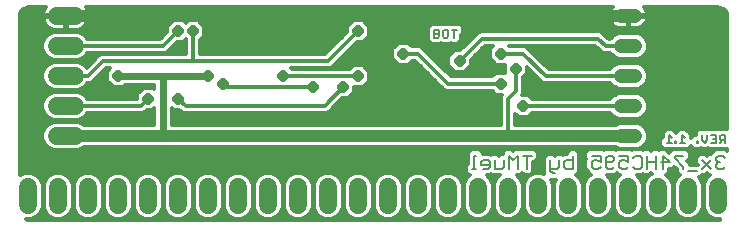
<source format=gbl>
G75*
G70*
%OFA0B0*%
%FSLAX24Y24*%
%IPPOS*%
%LPD*%
%AMOC8*
5,1,8,0,0,1.08239X$1,22.5*
%
%ADD10C,0.0060*%
%ADD11C,0.0600*%
%ADD12C,0.0480*%
%ADD13OC8,0.0376*%
%ADD14C,0.0240*%
%ADD15C,0.0120*%
%ADD16C,0.0400*%
D10*
X017616Y004985D02*
X017763Y004985D01*
X017690Y004985D02*
X017690Y005425D01*
X017763Y005425D01*
X017930Y005205D02*
X017930Y005132D01*
X018223Y005132D01*
X018223Y005205D02*
X018223Y005058D01*
X018150Y004985D01*
X018003Y004985D01*
X017930Y005205D02*
X018003Y005279D01*
X018150Y005279D01*
X018223Y005205D01*
X018390Y005279D02*
X018390Y004985D01*
X018610Y004985D01*
X018684Y005058D01*
X018684Y005279D01*
X018851Y005425D02*
X018997Y005279D01*
X019144Y005425D01*
X019144Y004985D01*
X018851Y004985D02*
X018851Y005425D01*
X019311Y005425D02*
X019605Y005425D01*
X019458Y005425D02*
X019458Y004985D01*
X020232Y004985D02*
X020452Y004985D01*
X020525Y005058D01*
X020525Y005279D01*
X020692Y005205D02*
X020692Y005058D01*
X020765Y004985D01*
X020986Y004985D01*
X020986Y005425D01*
X020986Y005279D02*
X020765Y005279D01*
X020692Y005205D01*
X020232Y005279D02*
X020232Y004912D01*
X020305Y004838D01*
X020378Y004838D01*
X021613Y005058D02*
X021686Y004985D01*
X021833Y004985D01*
X021906Y005058D01*
X021906Y005205D02*
X021760Y005279D01*
X021686Y005279D01*
X021613Y005205D01*
X021613Y005058D01*
X021906Y005205D02*
X021906Y005425D01*
X021613Y005425D01*
X022073Y005352D02*
X022147Y005425D01*
X022293Y005425D01*
X022367Y005352D01*
X022367Y005279D01*
X022293Y005205D01*
X022073Y005205D01*
X022073Y005058D02*
X022073Y005352D01*
X022073Y005058D02*
X022147Y004985D01*
X022293Y004985D01*
X022367Y005058D01*
X022534Y005058D02*
X022607Y004985D01*
X022754Y004985D01*
X022827Y005058D01*
X022827Y005205D02*
X022680Y005279D01*
X022607Y005279D01*
X022534Y005205D01*
X022534Y005058D01*
X022827Y005205D02*
X022827Y005425D01*
X022534Y005425D01*
X022994Y005352D02*
X023067Y005425D01*
X023214Y005425D01*
X023288Y005352D01*
X023288Y005058D01*
X023214Y004985D01*
X023067Y004985D01*
X022994Y005058D01*
X023454Y004985D02*
X023454Y005425D01*
X023748Y005425D02*
X023748Y004985D01*
X023988Y004985D02*
X023988Y005425D01*
X024208Y005205D01*
X023915Y005205D01*
X023748Y005205D02*
X023454Y005205D01*
X024375Y005352D02*
X024669Y005058D01*
X024669Y004985D01*
X024836Y004912D02*
X025129Y004912D01*
X025296Y004985D02*
X025590Y005279D01*
X025756Y005279D02*
X025756Y005352D01*
X025830Y005425D01*
X025977Y005425D01*
X026050Y005352D01*
X025903Y005205D02*
X025830Y005205D01*
X025756Y005132D01*
X025756Y005058D01*
X025830Y004985D01*
X025977Y004985D01*
X026050Y005058D01*
X025830Y005205D02*
X025756Y005279D01*
X025590Y004985D02*
X025296Y005279D01*
X024669Y005425D02*
X024375Y005425D01*
X024375Y005352D01*
X024386Y005860D02*
X024429Y005860D01*
X024429Y005903D01*
X024386Y005903D01*
X024386Y005860D01*
X024282Y005860D02*
X024109Y005860D01*
X024195Y005860D02*
X024195Y006120D01*
X024282Y006033D01*
X024551Y005860D02*
X024724Y005860D01*
X024637Y005860D02*
X024637Y006120D01*
X024724Y006033D01*
X025123Y005903D02*
X025123Y005860D01*
X025166Y005860D01*
X025166Y005903D01*
X025123Y005903D01*
X025287Y005947D02*
X025287Y006120D01*
X025287Y005947D02*
X025374Y005860D01*
X025461Y005947D01*
X025461Y006120D01*
X025582Y006120D02*
X025755Y006120D01*
X025755Y005860D01*
X025582Y005860D01*
X025669Y005990D02*
X025755Y005990D01*
X025877Y005990D02*
X025920Y005947D01*
X026050Y005947D01*
X025963Y005947D02*
X025877Y005860D01*
X025877Y005990D02*
X025877Y006077D01*
X025920Y006120D01*
X026050Y006120D01*
X026050Y005860D01*
X017036Y009360D02*
X017036Y009620D01*
X016949Y009620D02*
X017123Y009620D01*
X016828Y009577D02*
X016785Y009620D01*
X016698Y009620D01*
X016655Y009577D01*
X016655Y009403D01*
X016698Y009360D01*
X016785Y009360D01*
X016828Y009403D01*
X016828Y009577D01*
X016533Y009577D02*
X016533Y009533D01*
X016490Y009490D01*
X016360Y009490D01*
X016360Y009360D02*
X016490Y009360D01*
X016533Y009403D01*
X016533Y009447D01*
X016490Y009490D01*
X016533Y009577D02*
X016490Y009620D01*
X016360Y009620D01*
X016360Y009360D01*
D11*
X016830Y004380D02*
X016830Y003780D01*
X015830Y003780D02*
X015830Y004380D01*
X014830Y004380D02*
X014830Y003780D01*
X013830Y003780D02*
X013830Y004380D01*
X012830Y004380D02*
X012830Y003780D01*
X011830Y003780D02*
X011830Y004380D01*
X010830Y004380D02*
X010830Y003780D01*
X009830Y003780D02*
X009830Y004380D01*
X008830Y004380D02*
X008830Y003780D01*
X007830Y003780D02*
X007830Y004380D01*
X006830Y004380D02*
X006830Y003780D01*
X005830Y003780D02*
X005830Y004380D01*
X004830Y004380D02*
X004830Y003780D01*
X003830Y003780D02*
X003830Y004380D01*
X002830Y004380D02*
X002830Y003780D01*
X003780Y006080D02*
X004380Y006080D01*
X004380Y007080D02*
X003780Y007080D01*
X003780Y008080D02*
X004380Y008080D01*
X004380Y009080D02*
X003780Y009080D01*
X003780Y010080D02*
X004380Y010080D01*
X017830Y004380D02*
X017830Y003780D01*
X018830Y003780D02*
X018830Y004380D01*
X019830Y004380D02*
X019830Y003780D01*
X020830Y003780D02*
X020830Y004380D01*
X021830Y004380D02*
X021830Y003780D01*
X022830Y003780D02*
X022830Y004380D01*
X023830Y004380D02*
X023830Y003780D01*
X024830Y003780D02*
X024830Y004380D01*
X025830Y004380D02*
X025830Y003780D01*
D12*
X023070Y006080D02*
X022590Y006080D01*
X022590Y007080D02*
X023070Y007080D01*
X023070Y008080D02*
X022590Y008080D01*
X022590Y009080D02*
X023070Y009080D01*
X023070Y010080D02*
X022590Y010080D01*
D13*
X019080Y008330D03*
X018580Y007830D03*
X019330Y007080D03*
X018580Y006080D03*
X015830Y007830D03*
X014830Y007080D03*
X013330Y007705D03*
X013830Y008080D03*
X012330Y007705D03*
X011330Y008080D03*
X009330Y007830D03*
X008830Y008080D03*
X007830Y007330D03*
X006830Y007330D03*
X005830Y008080D03*
X007830Y009580D03*
X008330Y009580D03*
X008080Y010080D03*
X009830Y009080D03*
X013580Y010080D03*
X013830Y009580D03*
X015330Y008830D03*
X017205Y008580D03*
X018580Y008830D03*
X010330Y006080D03*
D14*
X007330Y006080D02*
X007330Y008080D01*
X008830Y008080D01*
X007330Y008080D02*
X005830Y008080D01*
X009830Y009080D02*
X009830Y010080D01*
X014830Y010080D02*
X014830Y007830D01*
X015830Y007830D01*
X014830Y007830D02*
X014830Y007080D01*
D15*
X002925Y003300D02*
X002763Y003300D01*
X002773Y003296D01*
X002830Y003290D01*
X025830Y003290D01*
X025887Y003296D01*
X025897Y003300D01*
X025735Y003300D01*
X025558Y003373D01*
X025423Y003508D01*
X025350Y003685D01*
X025350Y004475D01*
X025423Y004652D01*
X025546Y004775D01*
X025503Y004775D01*
X025443Y004835D01*
X025383Y004775D01*
X025290Y004775D01*
X025216Y004702D01*
X025187Y004702D01*
X025237Y004652D01*
X025310Y004475D01*
X025310Y003685D01*
X025237Y003508D01*
X025102Y003373D01*
X024925Y003300D01*
X024735Y003300D01*
X024558Y003373D01*
X024423Y003508D01*
X024350Y003685D01*
X024350Y004475D01*
X024423Y004652D01*
X024558Y004787D01*
X024566Y004790D01*
X024459Y004898D01*
X024459Y004971D01*
X024365Y005065D01*
X024295Y004995D01*
X024198Y004995D01*
X024198Y004898D01*
X024091Y004791D01*
X024102Y004787D01*
X024237Y004652D01*
X024310Y004475D01*
X024310Y003685D01*
X024237Y003508D01*
X024102Y003373D01*
X023925Y003300D01*
X023735Y003300D01*
X023558Y003373D01*
X023423Y003508D01*
X023350Y003685D01*
X023350Y004475D01*
X023423Y004652D01*
X023558Y004787D01*
X023622Y004814D01*
X023601Y004835D01*
X023541Y004775D01*
X023367Y004775D01*
X023334Y004808D01*
X023301Y004775D01*
X023114Y004775D01*
X023237Y004652D01*
X023310Y004475D01*
X023310Y003685D01*
X023237Y003508D01*
X023102Y003373D01*
X022925Y003300D01*
X022735Y003300D01*
X022558Y003373D01*
X022423Y003508D01*
X022350Y003685D01*
X022350Y004475D01*
X022423Y004652D01*
X022546Y004775D01*
X022520Y004775D01*
X022520Y004775D01*
X022450Y004845D01*
X022380Y004775D01*
X022114Y004775D01*
X022237Y004652D01*
X022310Y004475D01*
X022310Y003685D01*
X022237Y003508D01*
X022102Y003373D01*
X021925Y003300D01*
X021735Y003300D01*
X021558Y003373D01*
X021423Y003508D01*
X021350Y003685D01*
X021350Y004475D01*
X021423Y004652D01*
X021558Y004787D01*
X021579Y004795D01*
X021526Y004848D01*
X021526Y004848D01*
X021404Y004970D01*
X021403Y004971D01*
X021403Y004971D01*
X021403Y005058D01*
X021403Y005145D01*
X021403Y005145D01*
X021403Y005292D01*
X021426Y005315D01*
X021403Y005338D01*
X021403Y005512D01*
X021526Y005635D01*
X021993Y005635D01*
X022027Y005602D01*
X022060Y005635D01*
X022060Y005635D01*
X022060Y005635D01*
X022146Y005635D01*
X022380Y005635D01*
X022414Y005602D01*
X022447Y005635D01*
X022914Y005635D01*
X022947Y005602D01*
X022980Y005635D01*
X022980Y005635D01*
X022980Y005635D01*
X023067Y005635D01*
X023301Y005635D01*
X023334Y005602D01*
X023367Y005635D01*
X023541Y005635D01*
X023601Y005576D01*
X023661Y005635D01*
X023835Y005635D01*
X023868Y005602D01*
X023901Y005635D01*
X024075Y005635D01*
X024078Y005633D01*
X024182Y005529D01*
X024288Y005635D01*
X024756Y005635D01*
X024879Y005512D01*
X024879Y005338D01*
X024782Y005242D01*
X024879Y005145D01*
X024879Y005122D01*
X025136Y005122D01*
X025146Y005132D01*
X025086Y005192D01*
X025086Y005366D01*
X025209Y005489D01*
X025383Y005489D01*
X025443Y005429D01*
X025503Y005489D01*
X025596Y005489D01*
X025669Y005562D01*
X025669Y005562D01*
X025743Y005635D01*
X025743Y005635D01*
X025743Y005635D01*
X025831Y005635D01*
X026064Y005635D01*
X026120Y005579D01*
X026120Y005650D01*
X025964Y005650D01*
X025964Y005650D01*
X025842Y005650D01*
X025842Y005650D01*
X025495Y005650D01*
X025478Y005667D01*
X025461Y005650D01*
X025461Y005650D01*
X025375Y005650D01*
X025287Y005650D01*
X025270Y005667D01*
X025253Y005650D01*
X025036Y005650D01*
X024923Y005762D01*
X024811Y005650D01*
X024022Y005650D01*
X023899Y005773D01*
X023899Y005947D01*
X023985Y006034D01*
X023985Y006119D01*
X023985Y006207D01*
X024108Y006330D01*
X024108Y006330D01*
X024194Y006330D01*
X024282Y006330D01*
X024405Y006207D01*
X024405Y006207D01*
X024427Y006185D01*
X024427Y006207D01*
X024550Y006330D01*
X024550Y006330D01*
X024636Y006330D01*
X024724Y006330D01*
X024847Y006207D01*
X024847Y006207D01*
X024934Y006120D01*
X024934Y006012D01*
X025036Y006113D01*
X025077Y006113D01*
X025077Y006207D01*
X025200Y006330D01*
X026120Y006330D01*
X026120Y010080D01*
X026114Y010137D01*
X026071Y010241D01*
X025991Y010321D01*
X025887Y010364D01*
X025830Y010370D01*
X023346Y010370D01*
X023381Y010335D01*
X023424Y010269D01*
X023455Y010197D01*
X023470Y010119D01*
X023470Y010100D01*
X022850Y010100D01*
X022850Y010060D01*
X023470Y010060D01*
X023470Y010041D01*
X023455Y009963D01*
X023424Y009891D01*
X023381Y009825D01*
X023325Y009769D01*
X023259Y009726D01*
X023187Y009695D01*
X023109Y009680D01*
X022850Y009680D01*
X022850Y010060D01*
X022810Y010060D01*
X022810Y009680D01*
X022551Y009680D01*
X022473Y009695D01*
X022401Y009726D01*
X022335Y009769D01*
X022279Y009825D01*
X022236Y009891D01*
X022205Y009963D01*
X022190Y010041D01*
X022190Y010060D01*
X022810Y010060D01*
X022810Y010100D01*
X022190Y010100D01*
X022190Y010119D01*
X022205Y010197D01*
X022236Y010269D01*
X022279Y010335D01*
X022314Y010370D01*
X004738Y010370D01*
X004773Y010321D01*
X004806Y010257D01*
X004829Y010188D01*
X004839Y010120D01*
X004120Y010120D01*
X004120Y010040D01*
X004839Y010040D01*
X004829Y009972D01*
X004806Y009903D01*
X004773Y009839D01*
X004731Y009780D01*
X004680Y009729D01*
X004621Y009687D01*
X004557Y009654D01*
X004488Y009631D01*
X004416Y009620D01*
X004120Y009620D01*
X004120Y010040D01*
X004040Y010040D01*
X004040Y009620D01*
X003744Y009620D01*
X003672Y009631D01*
X003603Y009654D01*
X003539Y009687D01*
X003480Y009729D01*
X003429Y009780D01*
X003387Y009839D01*
X003354Y009903D01*
X003331Y009972D01*
X003321Y010040D01*
X004040Y010040D01*
X004040Y010120D01*
X003321Y010120D01*
X003331Y010188D01*
X003354Y010257D01*
X003387Y010321D01*
X003422Y010370D01*
X002830Y010370D01*
X002773Y010364D01*
X002669Y010321D01*
X002589Y010241D01*
X002546Y010137D01*
X002540Y010080D01*
X002540Y004769D01*
X002558Y004787D01*
X002735Y004860D01*
X002925Y004860D01*
X003102Y004787D01*
X003237Y004652D01*
X003310Y004475D01*
X003310Y003685D01*
X003237Y003508D01*
X003102Y003373D01*
X002925Y003300D01*
X002967Y003317D02*
X003693Y003317D01*
X003735Y003300D02*
X003558Y003373D01*
X003423Y003508D01*
X003350Y003685D01*
X003350Y004475D01*
X003423Y004652D01*
X003558Y004787D01*
X003735Y004860D01*
X003925Y004860D01*
X004102Y004787D01*
X004237Y004652D01*
X004310Y004475D01*
X004310Y003685D01*
X004237Y003508D01*
X004102Y003373D01*
X003925Y003300D01*
X003735Y003300D01*
X003967Y003317D02*
X004693Y003317D01*
X004735Y003300D02*
X004925Y003300D01*
X005102Y003373D01*
X005237Y003508D01*
X005310Y003685D01*
X005310Y004475D01*
X005237Y004652D01*
X005102Y004787D01*
X004925Y004860D01*
X004735Y004860D01*
X004558Y004787D01*
X004423Y004652D01*
X004350Y004475D01*
X004350Y003685D01*
X004423Y003508D01*
X004558Y003373D01*
X004735Y003300D01*
X004967Y003317D02*
X005693Y003317D01*
X005735Y003300D02*
X005925Y003300D01*
X006102Y003373D01*
X006237Y003508D01*
X006310Y003685D01*
X006310Y004475D01*
X006237Y004652D01*
X006102Y004787D01*
X005925Y004860D01*
X005735Y004860D01*
X005558Y004787D01*
X005423Y004652D01*
X005350Y004475D01*
X005350Y003685D01*
X005423Y003508D01*
X005558Y003373D01*
X005735Y003300D01*
X005967Y003317D02*
X006693Y003317D01*
X006735Y003300D02*
X006925Y003300D01*
X007102Y003373D01*
X007237Y003508D01*
X007310Y003685D01*
X007310Y004475D01*
X007237Y004652D01*
X007102Y004787D01*
X006925Y004860D01*
X006735Y004860D01*
X006558Y004787D01*
X006423Y004652D01*
X006350Y004475D01*
X006350Y003685D01*
X006423Y003508D01*
X006558Y003373D01*
X006735Y003300D01*
X006967Y003317D02*
X007693Y003317D01*
X007735Y003300D02*
X007925Y003300D01*
X008102Y003373D01*
X008237Y003508D01*
X008310Y003685D01*
X008310Y004475D01*
X008237Y004652D01*
X008102Y004787D01*
X007925Y004860D01*
X007735Y004860D01*
X007558Y004787D01*
X007423Y004652D01*
X007350Y004475D01*
X007350Y003685D01*
X007423Y003508D01*
X007558Y003373D01*
X007735Y003300D01*
X007967Y003317D02*
X008693Y003317D01*
X008735Y003300D02*
X008925Y003300D01*
X009102Y003373D01*
X009237Y003508D01*
X009310Y003685D01*
X009310Y004475D01*
X009237Y004652D01*
X009102Y004787D01*
X008925Y004860D01*
X008735Y004860D01*
X008558Y004787D01*
X008423Y004652D01*
X008350Y004475D01*
X008350Y003685D01*
X008423Y003508D01*
X008558Y003373D01*
X008735Y003300D01*
X008967Y003317D02*
X009693Y003317D01*
X009735Y003300D02*
X009925Y003300D01*
X010102Y003373D01*
X010237Y003508D01*
X010310Y003685D01*
X010310Y004475D01*
X010237Y004652D01*
X010102Y004787D01*
X009925Y004860D01*
X009735Y004860D01*
X009558Y004787D01*
X009423Y004652D01*
X009350Y004475D01*
X009350Y003685D01*
X009423Y003508D01*
X009558Y003373D01*
X009735Y003300D01*
X009967Y003317D02*
X010693Y003317D01*
X010735Y003300D02*
X010925Y003300D01*
X011102Y003373D01*
X011237Y003508D01*
X011310Y003685D01*
X011310Y004475D01*
X011237Y004652D01*
X011102Y004787D01*
X010925Y004860D01*
X010735Y004860D01*
X010558Y004787D01*
X010423Y004652D01*
X010350Y004475D01*
X010350Y003685D01*
X010423Y003508D01*
X010558Y003373D01*
X010735Y003300D01*
X010967Y003317D02*
X011693Y003317D01*
X011735Y003300D02*
X011925Y003300D01*
X012102Y003373D01*
X012237Y003508D01*
X012310Y003685D01*
X012310Y004475D01*
X012237Y004652D01*
X012102Y004787D01*
X011925Y004860D01*
X011735Y004860D01*
X011558Y004787D01*
X011423Y004652D01*
X011350Y004475D01*
X011350Y003685D01*
X011423Y003508D01*
X011558Y003373D01*
X011735Y003300D01*
X011967Y003317D02*
X012693Y003317D01*
X012735Y003300D02*
X012558Y003373D01*
X012423Y003508D01*
X012350Y003685D01*
X012350Y004475D01*
X012423Y004652D01*
X012558Y004787D01*
X012735Y004860D01*
X012925Y004860D01*
X013102Y004787D01*
X013237Y004652D01*
X013310Y004475D01*
X013310Y003685D01*
X013237Y003508D01*
X013102Y003373D01*
X012925Y003300D01*
X012735Y003300D01*
X012967Y003317D02*
X013693Y003317D01*
X013735Y003300D02*
X013925Y003300D01*
X014102Y003373D01*
X014237Y003508D01*
X014310Y003685D01*
X014310Y004475D01*
X014237Y004652D01*
X014102Y004787D01*
X013925Y004860D01*
X013735Y004860D01*
X013558Y004787D01*
X013423Y004652D01*
X013350Y004475D01*
X013350Y003685D01*
X013423Y003508D01*
X013558Y003373D01*
X013735Y003300D01*
X013967Y003317D02*
X014693Y003317D01*
X014735Y003300D02*
X014925Y003300D01*
X015102Y003373D01*
X015237Y003508D01*
X015310Y003685D01*
X015310Y004475D01*
X015237Y004652D01*
X015102Y004787D01*
X014925Y004860D01*
X014735Y004860D01*
X014558Y004787D01*
X014423Y004652D01*
X014350Y004475D01*
X014350Y003685D01*
X014423Y003508D01*
X014558Y003373D01*
X014735Y003300D01*
X014967Y003317D02*
X015693Y003317D01*
X015735Y003300D02*
X015925Y003300D01*
X016102Y003373D01*
X016237Y003508D01*
X016310Y003685D01*
X016310Y004475D01*
X016237Y004652D01*
X016102Y004787D01*
X015925Y004860D01*
X015735Y004860D01*
X015558Y004787D01*
X015423Y004652D01*
X015350Y004475D01*
X015350Y003685D01*
X015423Y003508D01*
X015558Y003373D01*
X015735Y003300D01*
X015967Y003317D02*
X016693Y003317D01*
X016735Y003300D02*
X016925Y003300D01*
X017102Y003373D01*
X017237Y003508D01*
X017310Y003685D01*
X017310Y004475D01*
X017237Y004652D01*
X017102Y004787D01*
X016925Y004860D01*
X016735Y004860D01*
X016558Y004787D01*
X016423Y004652D01*
X016350Y004475D01*
X016350Y003685D01*
X016423Y003508D01*
X016558Y003373D01*
X016735Y003300D01*
X016967Y003317D02*
X017693Y003317D01*
X017735Y003300D02*
X017925Y003300D01*
X018102Y003373D01*
X018237Y003508D01*
X018310Y003685D01*
X018310Y004475D01*
X018237Y004652D01*
X018114Y004775D01*
X018237Y004775D01*
X018270Y004808D01*
X018303Y004775D01*
X018546Y004775D01*
X018423Y004652D01*
X018350Y004475D01*
X018350Y003685D01*
X018423Y003508D01*
X018558Y003373D01*
X018735Y003300D01*
X018925Y003300D01*
X019102Y003373D01*
X019237Y003508D01*
X019310Y003685D01*
X019310Y004475D01*
X019237Y004652D01*
X019114Y004775D01*
X019231Y004775D01*
X019301Y004845D01*
X019371Y004775D01*
X019545Y004775D01*
X019668Y004898D01*
X019668Y005215D01*
X019691Y005215D01*
X019815Y005338D01*
X019815Y005512D01*
X019691Y005635D01*
X019057Y005635D01*
X018997Y005576D01*
X018938Y005635D01*
X018764Y005635D01*
X018703Y005575D01*
X018641Y005512D01*
X018641Y005489D01*
X018597Y005489D01*
X018537Y005429D01*
X018477Y005489D01*
X018303Y005489D01*
X018270Y005455D01*
X018237Y005489D01*
X018149Y005489D01*
X018063Y005489D01*
X018063Y005489D01*
X017973Y005489D01*
X017973Y005512D01*
X017850Y005635D01*
X017603Y005635D01*
X017480Y005512D01*
X017480Y005145D01*
X017406Y005072D01*
X017406Y004898D01*
X017529Y004775D01*
X017546Y004775D01*
X017423Y004652D01*
X017350Y004475D01*
X017350Y003685D01*
X017423Y003508D01*
X017558Y003373D01*
X017735Y003300D01*
X017967Y003317D02*
X018693Y003317D01*
X018496Y003436D02*
X018164Y003436D01*
X018256Y003554D02*
X018404Y003554D01*
X018355Y003673D02*
X018305Y003673D01*
X018310Y003791D02*
X018350Y003791D01*
X018350Y003910D02*
X018310Y003910D01*
X018310Y004028D02*
X018350Y004028D01*
X018350Y004147D02*
X018310Y004147D01*
X018310Y004265D02*
X018350Y004265D01*
X018350Y004384D02*
X018310Y004384D01*
X018299Y004502D02*
X018361Y004502D01*
X018410Y004621D02*
X018250Y004621D01*
X018150Y004739D02*
X018510Y004739D01*
X019150Y004739D02*
X019510Y004739D01*
X019558Y004787D02*
X019423Y004652D01*
X019350Y004475D01*
X019350Y003685D01*
X019423Y003508D01*
X019558Y003373D01*
X019735Y003300D01*
X019925Y003300D01*
X020102Y003373D01*
X020237Y003508D01*
X020310Y003685D01*
X020310Y004475D01*
X020247Y004628D01*
X020413Y004628D01*
X020350Y004475D01*
X020350Y003685D01*
X020423Y003508D01*
X020558Y003373D01*
X020735Y003300D01*
X020925Y003300D01*
X021102Y003373D01*
X021237Y003508D01*
X021310Y003685D01*
X021310Y004475D01*
X021237Y004652D01*
X021102Y004787D01*
X021090Y004792D01*
X021196Y004898D01*
X021196Y005366D01*
X021196Y005512D01*
X021073Y005635D01*
X020899Y005635D01*
X020776Y005512D01*
X020776Y005489D01*
X020679Y005489D01*
X020645Y005455D01*
X020612Y005489D01*
X020438Y005489D01*
X020378Y005429D01*
X020319Y005489D01*
X020145Y005489D01*
X020022Y005366D01*
X020022Y004999D01*
X020022Y004999D01*
X020022Y004911D01*
X020022Y004825D01*
X020023Y004823D01*
X020029Y004817D01*
X019925Y004860D01*
X019735Y004860D01*
X019558Y004787D01*
X019627Y004858D02*
X019728Y004858D01*
X019668Y004976D02*
X020022Y004976D01*
X020022Y004858D02*
X019932Y004858D01*
X020022Y004825D02*
X020022Y004825D01*
X020022Y005095D02*
X019668Y005095D01*
X019668Y005213D02*
X020022Y005213D01*
X020022Y005332D02*
X019808Y005332D01*
X019815Y005450D02*
X020106Y005450D01*
X020357Y005450D02*
X020400Y005450D01*
X020832Y005569D02*
X019758Y005569D01*
X018830Y006080D02*
X018830Y007330D01*
X019080Y007580D01*
X019080Y008330D01*
X019320Y008049D02*
X019448Y008178D01*
X019448Y008372D01*
X019944Y007877D01*
X020032Y007840D01*
X022236Y007840D01*
X022352Y007724D01*
X022506Y007660D01*
X023154Y007660D01*
X023308Y007724D01*
X023426Y007842D01*
X023490Y007996D01*
X023490Y008164D01*
X023426Y008318D01*
X023308Y008436D01*
X023154Y008500D01*
X022506Y008500D01*
X022352Y008436D01*
X022236Y008320D01*
X020179Y008320D01*
X019466Y009033D01*
X019378Y009070D01*
X018861Y009070D01*
X018841Y009090D01*
X021731Y009090D01*
X021944Y008877D01*
X022032Y008840D01*
X022236Y008840D01*
X022352Y008724D01*
X022506Y008660D01*
X023154Y008660D01*
X023308Y008724D01*
X023426Y008842D01*
X023490Y008996D01*
X023490Y009164D01*
X023426Y009318D01*
X023308Y009436D01*
X023154Y009500D01*
X022506Y009500D01*
X022352Y009436D01*
X022236Y009320D01*
X022179Y009320D01*
X022033Y009466D01*
X021966Y009533D01*
X021878Y009570D01*
X017907Y009570D01*
X017819Y009533D01*
X017234Y008948D01*
X017053Y008948D01*
X016837Y008732D01*
X016837Y008428D01*
X017053Y008212D01*
X017357Y008212D01*
X017573Y008428D01*
X017573Y008609D01*
X018054Y009090D01*
X018319Y009090D01*
X018212Y008982D01*
X018212Y008678D01*
X018428Y008462D01*
X018712Y008462D01*
X018712Y008198D01*
X018428Y008198D01*
X018299Y008070D01*
X016929Y008070D01*
X016033Y008966D01*
X015966Y009033D01*
X015878Y009070D01*
X015611Y009070D01*
X015482Y009198D01*
X015178Y009198D01*
X014962Y008982D01*
X014962Y008678D01*
X015178Y008462D01*
X015482Y008462D01*
X015611Y008590D01*
X015731Y008590D01*
X016694Y007627D01*
X016782Y007590D01*
X018299Y007590D01*
X018428Y007462D01*
X018625Y007462D01*
X018590Y007378D01*
X018590Y006460D01*
X007630Y006460D01*
X007630Y007009D01*
X007678Y006962D01*
X007859Y006962D01*
X007944Y006877D01*
X008032Y006840D01*
X012753Y006840D01*
X012841Y006877D01*
X012908Y006944D01*
X013301Y007337D01*
X013482Y007337D01*
X013698Y007553D01*
X013698Y007712D01*
X013982Y007712D01*
X014198Y007928D01*
X014198Y008232D01*
X013982Y008448D01*
X013678Y008448D01*
X013549Y008320D01*
X011611Y008320D01*
X011591Y008340D01*
X012878Y008340D01*
X012966Y008377D01*
X013801Y009212D01*
X013982Y009212D01*
X014198Y009428D01*
X014198Y009732D01*
X013982Y009948D01*
X013678Y009948D01*
X013462Y009732D01*
X013462Y009551D01*
X012731Y008820D01*
X008570Y008820D01*
X008570Y009299D01*
X008698Y009428D01*
X008698Y009732D01*
X008482Y009948D01*
X008178Y009948D01*
X008080Y009851D01*
X007982Y009948D01*
X007678Y009948D01*
X007462Y009732D01*
X007462Y009551D01*
X007231Y009320D01*
X004800Y009320D01*
X004787Y009352D01*
X004652Y009487D01*
X004475Y009560D01*
X003685Y009560D01*
X003508Y009487D01*
X003373Y009352D01*
X003300Y009175D01*
X003300Y008985D01*
X003373Y008808D01*
X003508Y008673D01*
X003685Y008600D01*
X004475Y008600D01*
X004652Y008673D01*
X004787Y008808D01*
X004800Y008840D01*
X007378Y008840D01*
X007466Y008877D01*
X007801Y009212D01*
X007982Y009212D01*
X008080Y009309D01*
X008090Y009299D01*
X008090Y008820D01*
X005282Y008820D01*
X005194Y008783D01*
X005127Y008716D01*
X004775Y008364D01*
X004652Y008487D01*
X004475Y008560D01*
X003685Y008560D01*
X003508Y008487D01*
X003373Y008352D01*
X003300Y008175D01*
X003300Y007985D01*
X003373Y007808D01*
X003508Y007673D01*
X003685Y007600D01*
X004475Y007600D01*
X004652Y007673D01*
X004787Y007808D01*
X004800Y007840D01*
X004878Y007840D01*
X004966Y007877D01*
X005429Y008340D01*
X005569Y008340D01*
X005462Y008232D01*
X005462Y007928D01*
X005678Y007712D01*
X005982Y007712D01*
X006051Y007780D01*
X007030Y007780D01*
X007030Y007651D01*
X006982Y007698D01*
X006678Y007698D01*
X006462Y007482D01*
X006462Y007320D01*
X004800Y007320D01*
X004787Y007352D01*
X004652Y007487D01*
X004475Y007560D01*
X003685Y007560D01*
X003508Y007487D01*
X003373Y007352D01*
X003300Y007175D01*
X003300Y006985D01*
X003373Y006808D01*
X003508Y006673D01*
X003685Y006600D01*
X004475Y006600D01*
X004652Y006673D01*
X004787Y006808D01*
X004800Y006840D01*
X006628Y006840D01*
X006716Y006877D01*
X006783Y006944D01*
X006801Y006962D01*
X006982Y006962D01*
X007030Y007009D01*
X007030Y006460D01*
X004679Y006460D01*
X004652Y006487D01*
X004475Y006560D01*
X003685Y006560D01*
X003508Y006487D01*
X003373Y006352D01*
X003300Y006175D01*
X003300Y005985D01*
X003373Y005808D01*
X003508Y005673D01*
X003685Y005600D01*
X004475Y005600D01*
X004652Y005673D01*
X004679Y005700D01*
X022410Y005700D01*
X022506Y005660D01*
X023154Y005660D01*
X023308Y005724D01*
X023426Y005842D01*
X023490Y005996D01*
X023490Y006164D01*
X023426Y006318D01*
X023308Y006436D01*
X023154Y006500D01*
X022506Y006500D01*
X022410Y006460D01*
X019070Y006460D01*
X019070Y006819D01*
X019178Y006712D01*
X019482Y006712D01*
X019611Y006840D01*
X022236Y006840D01*
X022352Y006724D01*
X022506Y006660D01*
X023154Y006660D01*
X023308Y006724D01*
X023426Y006842D01*
X023490Y006996D01*
X023490Y007164D01*
X023426Y007318D01*
X023308Y007436D01*
X023154Y007500D01*
X022506Y007500D01*
X022352Y007436D01*
X022236Y007320D01*
X019611Y007320D01*
X019482Y007448D01*
X019285Y007448D01*
X019320Y007532D01*
X019320Y008049D01*
X019328Y008057D02*
X019764Y008057D01*
X019882Y007939D02*
X019320Y007939D01*
X019320Y007820D02*
X022256Y007820D01*
X022406Y007702D02*
X019320Y007702D01*
X019320Y007583D02*
X026120Y007583D01*
X026120Y007465D02*
X023239Y007465D01*
X023398Y007346D02*
X026120Y007346D01*
X026120Y007228D02*
X023464Y007228D01*
X023490Y007109D02*
X026120Y007109D01*
X026120Y006991D02*
X023488Y006991D01*
X023438Y006872D02*
X026120Y006872D01*
X026120Y006754D02*
X023337Y006754D01*
X022830Y007080D02*
X019330Y007080D01*
X019585Y007346D02*
X022262Y007346D01*
X022421Y007465D02*
X019292Y007465D01*
X018590Y007346D02*
X013492Y007346D01*
X013610Y007465D02*
X018425Y007465D01*
X018306Y007583D02*
X013698Y007583D01*
X013698Y007702D02*
X016619Y007702D01*
X016501Y007820D02*
X014091Y007820D01*
X014198Y007939D02*
X016382Y007939D01*
X016264Y008057D02*
X014198Y008057D01*
X014198Y008176D02*
X016145Y008176D01*
X016027Y008294D02*
X014137Y008294D01*
X014018Y008413D02*
X015908Y008413D01*
X015790Y008531D02*
X015552Y008531D01*
X015108Y008531D02*
X013120Y008531D01*
X013002Y008413D02*
X013642Y008413D01*
X013357Y008768D02*
X014962Y008768D01*
X014962Y008887D02*
X013476Y008887D01*
X013594Y009005D02*
X014984Y009005D01*
X015103Y009124D02*
X013713Y009124D01*
X014013Y009242D02*
X016181Y009242D01*
X016150Y009273D02*
X016273Y009150D01*
X016577Y009150D01*
X016594Y009167D01*
X016611Y009150D01*
X016872Y009150D01*
X016910Y009189D01*
X016949Y009150D01*
X017123Y009150D01*
X017246Y009273D01*
X017246Y009446D01*
X017333Y009533D01*
X017333Y009707D01*
X017210Y009830D01*
X016698Y009830D01*
X016611Y009830D01*
X016594Y009813D01*
X016577Y009830D01*
X016273Y009830D01*
X016150Y009707D01*
X016150Y009273D01*
X016150Y009361D02*
X014131Y009361D01*
X014198Y009479D02*
X016150Y009479D01*
X016150Y009598D02*
X014198Y009598D01*
X014198Y009716D02*
X016159Y009716D01*
X017246Y009361D02*
X017646Y009361D01*
X017765Y009479D02*
X017279Y009479D01*
X017333Y009598D02*
X026120Y009598D01*
X026120Y009716D02*
X023237Y009716D01*
X023387Y009835D02*
X026120Y009835D01*
X026120Y009953D02*
X023450Y009953D01*
X023456Y010190D02*
X026092Y010190D01*
X026120Y010072D02*
X022850Y010072D01*
X022810Y010072D02*
X004120Y010072D01*
X004040Y010072D02*
X002540Y010072D01*
X002540Y009953D02*
X003338Y009953D01*
X003390Y009835D02*
X002540Y009835D01*
X002540Y009716D02*
X003498Y009716D01*
X003500Y009479D02*
X002540Y009479D01*
X002540Y009361D02*
X003382Y009361D01*
X003328Y009242D02*
X002540Y009242D01*
X002540Y009124D02*
X003300Y009124D01*
X003300Y009005D02*
X002540Y009005D01*
X002540Y008887D02*
X003341Y008887D01*
X003413Y008768D02*
X002540Y008768D01*
X002540Y008650D02*
X003565Y008650D01*
X003615Y008531D02*
X002540Y008531D01*
X002540Y008413D02*
X003434Y008413D01*
X003349Y008294D02*
X002540Y008294D01*
X002540Y008176D02*
X003300Y008176D01*
X003300Y008057D02*
X002540Y008057D01*
X002540Y007939D02*
X003319Y007939D01*
X003368Y007820D02*
X002540Y007820D01*
X002540Y007702D02*
X003480Y007702D01*
X003486Y007465D02*
X002540Y007465D01*
X002540Y007583D02*
X006562Y007583D01*
X006462Y007465D02*
X004674Y007465D01*
X004789Y007346D02*
X006462Y007346D01*
X006580Y007080D02*
X006830Y007330D01*
X006580Y007080D02*
X004080Y007080D01*
X004732Y006754D02*
X007030Y006754D01*
X007030Y006872D02*
X006705Y006872D01*
X007011Y006991D02*
X007030Y006991D01*
X007630Y006991D02*
X007649Y006991D01*
X007630Y006872D02*
X007955Y006872D01*
X008080Y007080D02*
X007830Y007330D01*
X008080Y007080D02*
X012705Y007080D01*
X013330Y007705D01*
X013830Y008080D02*
X011330Y008080D01*
X012330Y007705D02*
X009455Y007705D01*
X009330Y007830D01*
X008330Y008580D02*
X008330Y009580D01*
X008698Y009598D02*
X013462Y009598D01*
X013462Y009716D02*
X008698Y009716D01*
X008596Y009835D02*
X013564Y009835D01*
X013830Y009580D02*
X012830Y008580D01*
X008330Y008580D01*
X005330Y008580D01*
X004830Y008080D01*
X004080Y008080D01*
X004680Y007702D02*
X007030Y007702D01*
X005569Y007820D02*
X004792Y007820D01*
X005028Y007939D02*
X005462Y007939D01*
X005462Y008057D02*
X005146Y008057D01*
X005265Y008176D02*
X005462Y008176D01*
X005523Y008294D02*
X005383Y008294D01*
X005060Y008650D02*
X004595Y008650D01*
X004545Y008531D02*
X004942Y008531D01*
X004823Y008413D02*
X004726Y008413D01*
X004747Y008768D02*
X005179Y008768D01*
X004080Y009080D02*
X007330Y009080D01*
X007830Y009580D01*
X007462Y009598D02*
X002540Y009598D01*
X002568Y010190D02*
X003332Y010190D01*
X003380Y010309D02*
X002656Y010309D01*
X004040Y009953D02*
X004120Y009953D01*
X004120Y009835D02*
X004040Y009835D01*
X004040Y009716D02*
X004120Y009716D01*
X004662Y009716D02*
X007462Y009716D01*
X007564Y009835D02*
X004770Y009835D01*
X004822Y009953D02*
X022210Y009953D01*
X022273Y009835D02*
X014096Y009835D01*
X013390Y009479D02*
X008698Y009479D01*
X008631Y009361D02*
X013271Y009361D01*
X013153Y009242D02*
X008570Y009242D01*
X008570Y009124D02*
X013034Y009124D01*
X012916Y009005D02*
X008570Y009005D01*
X008570Y008887D02*
X012797Y008887D01*
X013239Y008650D02*
X014990Y008650D01*
X015330Y008830D02*
X015830Y008830D01*
X016830Y007830D01*
X018580Y007830D01*
X018405Y008176D02*
X016824Y008176D01*
X016705Y008294D02*
X016970Y008294D01*
X016852Y008413D02*
X016587Y008413D01*
X016468Y008531D02*
X016837Y008531D01*
X016837Y008650D02*
X016350Y008650D01*
X016231Y008768D02*
X016872Y008768D01*
X016991Y008887D02*
X016113Y008887D01*
X015994Y009005D02*
X017291Y009005D01*
X017409Y009124D02*
X015557Y009124D01*
X017215Y009242D02*
X017528Y009242D01*
X017955Y009330D02*
X017205Y008580D01*
X017440Y008294D02*
X018712Y008294D01*
X018712Y008413D02*
X017558Y008413D01*
X017573Y008531D02*
X018358Y008531D01*
X018240Y008650D02*
X017614Y008650D01*
X017732Y008768D02*
X018212Y008768D01*
X018212Y008887D02*
X017851Y008887D01*
X017969Y009005D02*
X018234Y009005D01*
X018580Y008830D02*
X019330Y008830D01*
X020080Y008080D01*
X022830Y008080D01*
X023404Y007820D02*
X026120Y007820D01*
X026120Y007702D02*
X023254Y007702D01*
X023466Y007939D02*
X026120Y007939D01*
X026120Y008057D02*
X023490Y008057D01*
X023485Y008176D02*
X026120Y008176D01*
X026120Y008294D02*
X023436Y008294D01*
X023331Y008413D02*
X026120Y008413D01*
X026120Y008531D02*
X019968Y008531D01*
X019850Y008650D02*
X026120Y008650D01*
X026120Y008768D02*
X023352Y008768D01*
X023444Y008887D02*
X026120Y008887D01*
X026120Y009005D02*
X023490Y009005D01*
X023490Y009124D02*
X026120Y009124D01*
X026120Y009242D02*
X023457Y009242D01*
X023383Y009361D02*
X026120Y009361D01*
X026120Y009479D02*
X023204Y009479D01*
X022850Y009716D02*
X022810Y009716D01*
X022810Y009835D02*
X022850Y009835D01*
X022850Y009953D02*
X022810Y009953D01*
X022423Y009716D02*
X017324Y009716D01*
X017955Y009330D02*
X021830Y009330D01*
X022080Y009080D01*
X022830Y009080D01*
X022277Y009361D02*
X022139Y009361D01*
X022033Y009466D02*
X022033Y009466D01*
X022020Y009479D02*
X022456Y009479D01*
X021816Y009005D02*
X019494Y009005D01*
X019613Y008887D02*
X021934Y008887D01*
X022308Y008768D02*
X019731Y008768D01*
X020087Y008413D02*
X022329Y008413D01*
X019645Y008176D02*
X019446Y008176D01*
X019448Y008294D02*
X019527Y008294D01*
X018590Y007228D02*
X013192Y007228D01*
X013073Y007109D02*
X018590Y007109D01*
X018590Y006991D02*
X012955Y006991D01*
X012830Y006872D02*
X018590Y006872D01*
X018590Y006754D02*
X007630Y006754D01*
X007630Y006635D02*
X018590Y006635D01*
X018590Y006517D02*
X007630Y006517D01*
X007030Y006517D02*
X004580Y006517D01*
X004560Y006635D02*
X007030Y006635D01*
X004666Y005687D02*
X022441Y005687D01*
X023219Y005687D02*
X023985Y005687D01*
X023899Y005806D02*
X023389Y005806D01*
X023460Y005924D02*
X023899Y005924D01*
X023985Y006043D02*
X023490Y006043D01*
X023490Y006161D02*
X023985Y006161D01*
X024058Y006280D02*
X023442Y006280D01*
X023346Y006398D02*
X026120Y006398D01*
X026120Y006517D02*
X019070Y006517D01*
X019070Y006635D02*
X026120Y006635D01*
X025150Y006280D02*
X024775Y006280D01*
X024894Y006161D02*
X025077Y006161D01*
X024965Y006043D02*
X024934Y006043D01*
X024999Y005687D02*
X024848Y005687D01*
X024823Y005569D02*
X025676Y005569D01*
X025464Y005450D02*
X025422Y005450D01*
X025170Y005450D02*
X024879Y005450D01*
X024872Y005332D02*
X025086Y005332D01*
X025086Y005213D02*
X024811Y005213D01*
X024454Y004976D02*
X024198Y004976D01*
X024158Y004858D02*
X024499Y004858D01*
X024510Y004739D02*
X024150Y004739D01*
X024250Y004621D02*
X024410Y004621D01*
X024361Y004502D02*
X024299Y004502D01*
X024310Y004384D02*
X024350Y004384D01*
X024350Y004265D02*
X024310Y004265D01*
X024310Y004147D02*
X024350Y004147D01*
X024350Y004028D02*
X024310Y004028D01*
X024310Y003910D02*
X024350Y003910D01*
X024350Y003791D02*
X024310Y003791D01*
X024305Y003673D02*
X024355Y003673D01*
X024404Y003554D02*
X024256Y003554D01*
X024164Y003436D02*
X024496Y003436D01*
X024693Y003317D02*
X023967Y003317D01*
X023693Y003317D02*
X022967Y003317D01*
X023164Y003436D02*
X023496Y003436D01*
X023404Y003554D02*
X023256Y003554D01*
X023305Y003673D02*
X023355Y003673D01*
X023350Y003791D02*
X023310Y003791D01*
X023310Y003910D02*
X023350Y003910D01*
X023350Y004028D02*
X023310Y004028D01*
X023310Y004147D02*
X023350Y004147D01*
X023350Y004265D02*
X023310Y004265D01*
X023310Y004384D02*
X023350Y004384D01*
X023361Y004502D02*
X023299Y004502D01*
X023250Y004621D02*
X023410Y004621D01*
X023510Y004739D02*
X023150Y004739D01*
X022520Y004775D02*
X022520Y004775D01*
X022510Y004739D02*
X022150Y004739D01*
X022250Y004621D02*
X022410Y004621D01*
X022361Y004502D02*
X022299Y004502D01*
X022310Y004384D02*
X022350Y004384D01*
X022350Y004265D02*
X022310Y004265D01*
X022310Y004147D02*
X022350Y004147D01*
X022350Y004028D02*
X022310Y004028D01*
X022310Y003910D02*
X022350Y003910D01*
X022350Y003791D02*
X022310Y003791D01*
X022305Y003673D02*
X022355Y003673D01*
X022404Y003554D02*
X022256Y003554D01*
X022164Y003436D02*
X022496Y003436D01*
X022693Y003317D02*
X021967Y003317D01*
X021693Y003317D02*
X020967Y003317D01*
X021164Y003436D02*
X021496Y003436D01*
X021404Y003554D02*
X021256Y003554D01*
X021305Y003673D02*
X021355Y003673D01*
X021350Y003791D02*
X021310Y003791D01*
X021310Y003910D02*
X021350Y003910D01*
X021350Y004028D02*
X021310Y004028D01*
X021310Y004147D02*
X021350Y004147D01*
X021350Y004265D02*
X021310Y004265D01*
X021310Y004384D02*
X021350Y004384D01*
X021361Y004502D02*
X021299Y004502D01*
X021250Y004621D02*
X021410Y004621D01*
X021510Y004739D02*
X021150Y004739D01*
X021155Y004858D02*
X021517Y004858D01*
X021403Y004976D02*
X021196Y004976D01*
X021196Y005095D02*
X021403Y005095D01*
X021403Y005213D02*
X021196Y005213D01*
X021196Y005332D02*
X021410Y005332D01*
X021403Y005450D02*
X021196Y005450D01*
X021140Y005569D02*
X021459Y005569D01*
X020410Y004621D02*
X020250Y004621D01*
X020299Y004502D02*
X020361Y004502D01*
X020350Y004384D02*
X020310Y004384D01*
X020310Y004265D02*
X020350Y004265D01*
X020350Y004147D02*
X020310Y004147D01*
X020310Y004028D02*
X020350Y004028D01*
X020350Y003910D02*
X020310Y003910D01*
X020310Y003791D02*
X020350Y003791D01*
X020355Y003673D02*
X020305Y003673D01*
X020256Y003554D02*
X020404Y003554D01*
X020496Y003436D02*
X020164Y003436D01*
X019967Y003317D02*
X020693Y003317D01*
X019693Y003317D02*
X018967Y003317D01*
X019164Y003436D02*
X019496Y003436D01*
X019404Y003554D02*
X019256Y003554D01*
X019305Y003673D02*
X019355Y003673D01*
X019350Y003791D02*
X019310Y003791D01*
X019310Y003910D02*
X019350Y003910D01*
X019350Y004028D02*
X019310Y004028D01*
X019310Y004147D02*
X019350Y004147D01*
X019350Y004265D02*
X019310Y004265D01*
X019310Y004384D02*
X019350Y004384D01*
X019361Y004502D02*
X019299Y004502D01*
X019250Y004621D02*
X019410Y004621D01*
X018558Y005450D02*
X018516Y005450D01*
X018697Y005569D02*
X017917Y005569D01*
X017536Y005569D02*
X002540Y005569D01*
X002540Y005687D02*
X003494Y005687D01*
X003376Y005806D02*
X002540Y005806D01*
X002540Y005924D02*
X003325Y005924D01*
X003300Y006043D02*
X002540Y006043D01*
X002540Y006161D02*
X003300Y006161D01*
X003343Y006280D02*
X002540Y006280D01*
X002540Y006398D02*
X003419Y006398D01*
X003580Y006517D02*
X002540Y006517D01*
X002540Y006635D02*
X003600Y006635D01*
X003428Y006754D02*
X002540Y006754D01*
X002540Y006872D02*
X003347Y006872D01*
X003300Y006991D02*
X002540Y006991D01*
X002540Y007109D02*
X003300Y007109D01*
X003322Y007228D02*
X002540Y007228D01*
X002540Y007346D02*
X003371Y007346D01*
X002540Y005450D02*
X017480Y005450D01*
X017480Y005332D02*
X002540Y005332D01*
X002540Y005213D02*
X017480Y005213D01*
X017429Y005095D02*
X002540Y005095D01*
X002540Y004976D02*
X017406Y004976D01*
X017447Y004858D02*
X016932Y004858D01*
X016728Y004858D02*
X015932Y004858D01*
X015728Y004858D02*
X014932Y004858D01*
X014728Y004858D02*
X013932Y004858D01*
X013728Y004858D02*
X012932Y004858D01*
X012728Y004858D02*
X011932Y004858D01*
X011728Y004858D02*
X010932Y004858D01*
X010728Y004858D02*
X009932Y004858D01*
X009728Y004858D02*
X008932Y004858D01*
X008728Y004858D02*
X007932Y004858D01*
X007728Y004858D02*
X006932Y004858D01*
X006728Y004858D02*
X005932Y004858D01*
X005728Y004858D02*
X004932Y004858D01*
X004728Y004858D02*
X003932Y004858D01*
X003728Y004858D02*
X002932Y004858D01*
X002728Y004858D02*
X002540Y004858D01*
X003150Y004739D02*
X003510Y004739D01*
X003410Y004621D02*
X003250Y004621D01*
X003299Y004502D02*
X003361Y004502D01*
X003350Y004384D02*
X003310Y004384D01*
X003310Y004265D02*
X003350Y004265D01*
X003350Y004147D02*
X003310Y004147D01*
X003310Y004028D02*
X003350Y004028D01*
X003350Y003910D02*
X003310Y003910D01*
X003310Y003791D02*
X003350Y003791D01*
X003355Y003673D02*
X003305Y003673D01*
X003256Y003554D02*
X003404Y003554D01*
X003496Y003436D02*
X003164Y003436D01*
X004164Y003436D02*
X004496Y003436D01*
X004404Y003554D02*
X004256Y003554D01*
X004305Y003673D02*
X004355Y003673D01*
X004350Y003791D02*
X004310Y003791D01*
X004310Y003910D02*
X004350Y003910D01*
X004350Y004028D02*
X004310Y004028D01*
X004310Y004147D02*
X004350Y004147D01*
X004350Y004265D02*
X004310Y004265D01*
X004310Y004384D02*
X004350Y004384D01*
X004361Y004502D02*
X004299Y004502D01*
X004250Y004621D02*
X004410Y004621D01*
X004510Y004739D02*
X004150Y004739D01*
X005150Y004739D02*
X005510Y004739D01*
X005410Y004621D02*
X005250Y004621D01*
X005299Y004502D02*
X005361Y004502D01*
X005350Y004384D02*
X005310Y004384D01*
X005310Y004265D02*
X005350Y004265D01*
X005350Y004147D02*
X005310Y004147D01*
X005310Y004028D02*
X005350Y004028D01*
X005350Y003910D02*
X005310Y003910D01*
X005310Y003791D02*
X005350Y003791D01*
X005355Y003673D02*
X005305Y003673D01*
X005256Y003554D02*
X005404Y003554D01*
X005496Y003436D02*
X005164Y003436D01*
X006164Y003436D02*
X006496Y003436D01*
X006404Y003554D02*
X006256Y003554D01*
X006305Y003673D02*
X006355Y003673D01*
X006350Y003791D02*
X006310Y003791D01*
X006310Y003910D02*
X006350Y003910D01*
X006350Y004028D02*
X006310Y004028D01*
X006310Y004147D02*
X006350Y004147D01*
X006350Y004265D02*
X006310Y004265D01*
X006310Y004384D02*
X006350Y004384D01*
X006361Y004502D02*
X006299Y004502D01*
X006250Y004621D02*
X006410Y004621D01*
X006510Y004739D02*
X006150Y004739D01*
X007150Y004739D02*
X007510Y004739D01*
X007410Y004621D02*
X007250Y004621D01*
X007299Y004502D02*
X007361Y004502D01*
X007350Y004384D02*
X007310Y004384D01*
X007310Y004265D02*
X007350Y004265D01*
X007350Y004147D02*
X007310Y004147D01*
X007310Y004028D02*
X007350Y004028D01*
X007350Y003910D02*
X007310Y003910D01*
X007310Y003791D02*
X007350Y003791D01*
X007355Y003673D02*
X007305Y003673D01*
X007256Y003554D02*
X007404Y003554D01*
X007496Y003436D02*
X007164Y003436D01*
X008164Y003436D02*
X008496Y003436D01*
X008404Y003554D02*
X008256Y003554D01*
X008305Y003673D02*
X008355Y003673D01*
X008350Y003791D02*
X008310Y003791D01*
X008310Y003910D02*
X008350Y003910D01*
X008350Y004028D02*
X008310Y004028D01*
X008310Y004147D02*
X008350Y004147D01*
X008350Y004265D02*
X008310Y004265D01*
X008310Y004384D02*
X008350Y004384D01*
X008361Y004502D02*
X008299Y004502D01*
X008250Y004621D02*
X008410Y004621D01*
X008510Y004739D02*
X008150Y004739D01*
X009150Y004739D02*
X009510Y004739D01*
X009410Y004621D02*
X009250Y004621D01*
X009299Y004502D02*
X009361Y004502D01*
X009350Y004384D02*
X009310Y004384D01*
X009310Y004265D02*
X009350Y004265D01*
X009350Y004147D02*
X009310Y004147D01*
X009310Y004028D02*
X009350Y004028D01*
X009350Y003910D02*
X009310Y003910D01*
X009310Y003791D02*
X009350Y003791D01*
X009355Y003673D02*
X009305Y003673D01*
X009256Y003554D02*
X009404Y003554D01*
X009496Y003436D02*
X009164Y003436D01*
X010164Y003436D02*
X010496Y003436D01*
X010404Y003554D02*
X010256Y003554D01*
X010305Y003673D02*
X010355Y003673D01*
X010350Y003791D02*
X010310Y003791D01*
X010310Y003910D02*
X010350Y003910D01*
X010350Y004028D02*
X010310Y004028D01*
X010310Y004147D02*
X010350Y004147D01*
X010350Y004265D02*
X010310Y004265D01*
X010310Y004384D02*
X010350Y004384D01*
X010361Y004502D02*
X010299Y004502D01*
X010250Y004621D02*
X010410Y004621D01*
X010510Y004739D02*
X010150Y004739D01*
X011150Y004739D02*
X011510Y004739D01*
X011410Y004621D02*
X011250Y004621D01*
X011299Y004502D02*
X011361Y004502D01*
X011350Y004384D02*
X011310Y004384D01*
X011310Y004265D02*
X011350Y004265D01*
X011350Y004147D02*
X011310Y004147D01*
X011310Y004028D02*
X011350Y004028D01*
X011350Y003910D02*
X011310Y003910D01*
X011310Y003791D02*
X011350Y003791D01*
X011355Y003673D02*
X011305Y003673D01*
X011256Y003554D02*
X011404Y003554D01*
X011496Y003436D02*
X011164Y003436D01*
X012164Y003436D02*
X012496Y003436D01*
X012404Y003554D02*
X012256Y003554D01*
X012305Y003673D02*
X012355Y003673D01*
X012350Y003791D02*
X012310Y003791D01*
X012310Y003910D02*
X012350Y003910D01*
X012350Y004028D02*
X012310Y004028D01*
X012310Y004147D02*
X012350Y004147D01*
X012350Y004265D02*
X012310Y004265D01*
X012310Y004384D02*
X012350Y004384D01*
X012361Y004502D02*
X012299Y004502D01*
X012250Y004621D02*
X012410Y004621D01*
X012510Y004739D02*
X012150Y004739D01*
X013150Y004739D02*
X013510Y004739D01*
X013410Y004621D02*
X013250Y004621D01*
X013299Y004502D02*
X013361Y004502D01*
X013350Y004384D02*
X013310Y004384D01*
X013310Y004265D02*
X013350Y004265D01*
X013350Y004147D02*
X013310Y004147D01*
X013310Y004028D02*
X013350Y004028D01*
X013350Y003910D02*
X013310Y003910D01*
X013310Y003791D02*
X013350Y003791D01*
X013355Y003673D02*
X013305Y003673D01*
X013256Y003554D02*
X013404Y003554D01*
X013496Y003436D02*
X013164Y003436D01*
X014164Y003436D02*
X014496Y003436D01*
X014404Y003554D02*
X014256Y003554D01*
X014305Y003673D02*
X014355Y003673D01*
X014350Y003791D02*
X014310Y003791D01*
X014310Y003910D02*
X014350Y003910D01*
X014350Y004028D02*
X014310Y004028D01*
X014310Y004147D02*
X014350Y004147D01*
X014350Y004265D02*
X014310Y004265D01*
X014310Y004384D02*
X014350Y004384D01*
X014361Y004502D02*
X014299Y004502D01*
X014250Y004621D02*
X014410Y004621D01*
X014510Y004739D02*
X014150Y004739D01*
X015150Y004739D02*
X015510Y004739D01*
X015410Y004621D02*
X015250Y004621D01*
X015299Y004502D02*
X015361Y004502D01*
X015350Y004384D02*
X015310Y004384D01*
X015310Y004265D02*
X015350Y004265D01*
X015350Y004147D02*
X015310Y004147D01*
X015310Y004028D02*
X015350Y004028D01*
X015350Y003910D02*
X015310Y003910D01*
X015310Y003791D02*
X015350Y003791D01*
X015355Y003673D02*
X015305Y003673D01*
X015256Y003554D02*
X015404Y003554D01*
X015496Y003436D02*
X015164Y003436D01*
X016164Y003436D02*
X016496Y003436D01*
X016404Y003554D02*
X016256Y003554D01*
X016305Y003673D02*
X016355Y003673D01*
X016350Y003791D02*
X016310Y003791D01*
X016310Y003910D02*
X016350Y003910D01*
X016350Y004028D02*
X016310Y004028D01*
X016310Y004147D02*
X016350Y004147D01*
X016350Y004265D02*
X016310Y004265D01*
X016310Y004384D02*
X016350Y004384D01*
X016361Y004502D02*
X016299Y004502D01*
X016250Y004621D02*
X016410Y004621D01*
X016510Y004739D02*
X016150Y004739D01*
X017150Y004739D02*
X017510Y004739D01*
X017410Y004621D02*
X017250Y004621D01*
X017299Y004502D02*
X017361Y004502D01*
X017350Y004384D02*
X017310Y004384D01*
X017310Y004265D02*
X017350Y004265D01*
X017350Y004147D02*
X017310Y004147D01*
X017310Y004028D02*
X017350Y004028D01*
X017350Y003910D02*
X017310Y003910D01*
X017310Y003791D02*
X017350Y003791D01*
X017355Y003673D02*
X017305Y003673D01*
X017256Y003554D02*
X017404Y003554D01*
X017496Y003436D02*
X017164Y003436D01*
X019070Y006754D02*
X019136Y006754D01*
X019524Y006754D02*
X022323Y006754D01*
X024333Y006280D02*
X024500Y006280D01*
X024221Y005569D02*
X024142Y005569D01*
X025254Y004739D02*
X025510Y004739D01*
X025410Y004621D02*
X025250Y004621D01*
X025299Y004502D02*
X025361Y004502D01*
X025350Y004384D02*
X025310Y004384D01*
X025310Y004265D02*
X025350Y004265D01*
X025350Y004147D02*
X025310Y004147D01*
X025310Y004028D02*
X025350Y004028D01*
X025350Y003910D02*
X025310Y003910D01*
X025310Y003791D02*
X025350Y003791D01*
X025355Y003673D02*
X025305Y003673D01*
X025256Y003554D02*
X025404Y003554D01*
X025496Y003436D02*
X025164Y003436D01*
X024967Y003317D02*
X025693Y003317D01*
X022204Y010190D02*
X004828Y010190D01*
X004780Y010309D02*
X022262Y010309D01*
X023398Y010309D02*
X026004Y010309D01*
X008090Y009242D02*
X008013Y009242D01*
X008090Y009124D02*
X007713Y009124D01*
X007594Y009005D02*
X008090Y009005D01*
X008090Y008887D02*
X007476Y008887D01*
X007271Y009361D02*
X004778Y009361D01*
X004660Y009479D02*
X007390Y009479D01*
D16*
X008080Y010080D02*
X004080Y010080D01*
X008080Y010080D02*
X009830Y010080D01*
X013580Y010080D01*
X014830Y010080D01*
X022830Y010080D01*
X022830Y006080D02*
X018830Y006080D01*
X018580Y006080D01*
X010330Y006080D01*
X007330Y006080D01*
X004080Y006080D01*
M02*

</source>
